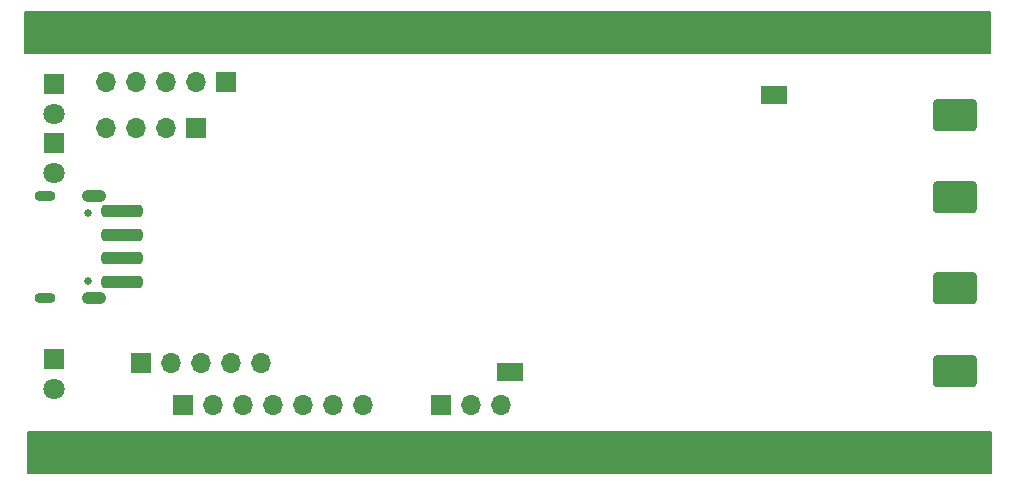
<source format=gbs>
G04 #@! TF.GenerationSoftware,KiCad,Pcbnew,8.0.4*
G04 #@! TF.CreationDate,2024-11-17T23:13:56+01:00*
G04 #@! TF.ProjectId,TEF6687,54454636-3638-4372-9e6b-696361645f70,v1.1*
G04 #@! TF.SameCoordinates,Original*
G04 #@! TF.FileFunction,Soldermask,Bot*
G04 #@! TF.FilePolarity,Negative*
%FSLAX46Y46*%
G04 Gerber Fmt 4.6, Leading zero omitted, Abs format (unit mm)*
G04 Created by KiCad (PCBNEW 8.0.4) date 2024-11-17 23:13:56*
%MOMM*%
%LPD*%
G01*
G04 APERTURE LIST*
G04 Aperture macros list*
%AMRoundRect*
0 Rectangle with rounded corners*
0 $1 Rounding radius*
0 $2 $3 $4 $5 $6 $7 $8 $9 X,Y pos of 4 corners*
0 Add a 4 corners polygon primitive as box body*
4,1,4,$2,$3,$4,$5,$6,$7,$8,$9,$2,$3,0*
0 Add four circle primitives for the rounded corners*
1,1,$1+$1,$2,$3*
1,1,$1+$1,$4,$5*
1,1,$1+$1,$6,$7*
1,1,$1+$1,$8,$9*
0 Add four rect primitives between the rounded corners*
20,1,$1+$1,$2,$3,$4,$5,0*
20,1,$1+$1,$4,$5,$6,$7,0*
20,1,$1+$1,$6,$7,$8,$9,0*
20,1,$1+$1,$8,$9,$2,$3,0*%
G04 Aperture macros list end*
%ADD10C,0.200000*%
%ADD11R,1.800000X1.800000*%
%ADD12C,1.800000*%
%ADD13RoundRect,0.250000X-1.595000X-1.082500X1.595000X-1.082500X1.595000X1.082500X-1.595000X1.082500X0*%
%ADD14R,1.700000X1.700000*%
%ADD15O,1.700000X1.700000*%
%ADD16C,0.650000*%
%ADD17O,2.100000X1.050000*%
%ADD18O,1.800000X0.900000*%
%ADD19R,2.286000X1.500000*%
%ADD20RoundRect,0.250000X1.500000X-0.250000X1.500000X0.250000X-1.500000X0.250000X-1.500000X-0.250000X0*%
G04 APERTURE END LIST*
D10*
X113800000Y-78999649D02*
X195260000Y-78999649D01*
X195260000Y-82459649D01*
X113800000Y-82459649D01*
X113800000Y-78999649D01*
G36*
X113800000Y-78999649D02*
G01*
X195260000Y-78999649D01*
X195260000Y-82459649D01*
X113800000Y-82459649D01*
X113800000Y-78999649D01*
G37*
X113539297Y-43439297D02*
X195200000Y-43439297D01*
X195200000Y-46900000D01*
X113539297Y-46900000D01*
X113539297Y-43439297D01*
G36*
X113539297Y-43439297D02*
G01*
X195200000Y-43439297D01*
X195200000Y-46900000D01*
X113539297Y-46900000D01*
X113539297Y-43439297D01*
G37*
D11*
G04 #@! TO.C,D1*
X116000000Y-54460000D03*
D12*
X116000000Y-57000000D03*
G04 #@! TD*
D13*
G04 #@! TO.C,J9*
X192250000Y-66807500D03*
X192250000Y-73792500D03*
G04 #@! TD*
D11*
G04 #@! TO.C,D2*
X116000000Y-49525000D03*
D12*
X116000000Y-52065000D03*
G04 #@! TD*
D14*
G04 #@! TO.C,J6*
X126873000Y-76700000D03*
D15*
X129413000Y-76700000D03*
X131953000Y-76700000D03*
X134493000Y-76700000D03*
X137033000Y-76700000D03*
X139573000Y-76700000D03*
X142113000Y-76700000D03*
G04 #@! TD*
D14*
G04 #@! TO.C,J3*
X130540000Y-49350000D03*
D15*
X128000000Y-49350000D03*
X125460000Y-49350000D03*
X122920000Y-49350000D03*
X120380000Y-49350000D03*
G04 #@! TD*
D16*
G04 #@! TO.C,J1*
X118880000Y-60390000D03*
X118880000Y-66170000D03*
D17*
X119380000Y-58960000D03*
X119380000Y-67600000D03*
D18*
X115200000Y-58960000D03*
X115200000Y-67600000D03*
G04 #@! TD*
D19*
G04 #@! TO.C,REF\u002A\u002A*
X154600000Y-73900000D03*
X176900000Y-50400000D03*
G04 #@! TD*
D13*
G04 #@! TO.C,J10*
X192250000Y-52107500D03*
X192250000Y-59092500D03*
G04 #@! TD*
D14*
G04 #@! TO.C,J7*
X148717000Y-76700000D03*
D15*
X151257000Y-76700000D03*
X153797000Y-76700000D03*
G04 #@! TD*
D14*
G04 #@! TO.C,J2*
X128000000Y-53250000D03*
D15*
X125460000Y-53250000D03*
X122920000Y-53250000D03*
X120380000Y-53250000D03*
G04 #@! TD*
D14*
G04 #@! TO.C,J4*
X123320000Y-73100000D03*
D15*
X125860000Y-73100000D03*
X128400000Y-73100000D03*
X130940000Y-73100000D03*
X133480000Y-73100000D03*
G04 #@! TD*
D11*
G04 #@! TO.C,D3*
X116000000Y-72800000D03*
D12*
X116000000Y-75340000D03*
G04 #@! TD*
D20*
G04 #@! TO.C,J5*
X121750000Y-66250000D03*
X121750000Y-64250000D03*
X121750000Y-62250000D03*
X121750000Y-60250000D03*
G04 #@! TD*
M02*

</source>
